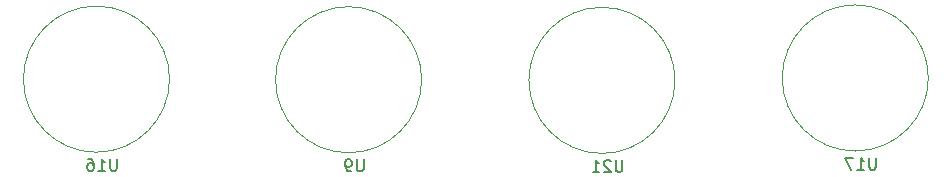
<source format=gbr>
G04 #@! TF.GenerationSoftware,KiCad,Pcbnew,5.1.6-c6e7f7d~86~ubuntu19.10.1*
G04 #@! TF.CreationDate,2020-06-16T13:29:06+02:00*
G04 #@! TF.ProjectId,laborBerlin,6c61626f-7242-4657-926c-696e2e6b6963,rev?*
G04 #@! TF.SameCoordinates,Original*
G04 #@! TF.FileFunction,Legend,Bot*
G04 #@! TF.FilePolarity,Positive*
%FSLAX46Y46*%
G04 Gerber Fmt 4.6, Leading zero omitted, Abs format (unit mm)*
G04 Created by KiCad (PCBNEW 5.1.6-c6e7f7d~86~ubuntu19.10.1) date 2020-06-16 13:29:06*
%MOMM*%
%LPD*%
G01*
G04 APERTURE LIST*
%ADD10C,0.120000*%
%ADD11C,0.150000*%
G04 APERTURE END LIST*
D10*
X203435467Y-72450000D02*
G75*
G03*
X203435467Y-72450000I-6185467J0D01*
G01*
X182085467Y-72400000D02*
G75*
G03*
X182085467Y-72400000I-6185467J0D01*
G01*
X246335467Y-72300000D02*
G75*
G03*
X246335467Y-72300000I-6185467J0D01*
G01*
X224885467Y-72500000D02*
G75*
G03*
X224885467Y-72500000I-6185467J0D01*
G01*
D11*
X198511904Y-79202380D02*
X198511904Y-80011904D01*
X198464285Y-80107142D01*
X198416666Y-80154761D01*
X198321428Y-80202380D01*
X198130952Y-80202380D01*
X198035714Y-80154761D01*
X197988095Y-80107142D01*
X197940476Y-80011904D01*
X197940476Y-79202380D01*
X197416666Y-80202380D02*
X197226190Y-80202380D01*
X197130952Y-80154761D01*
X197083333Y-80107142D01*
X196988095Y-79964285D01*
X196940476Y-79773809D01*
X196940476Y-79392857D01*
X196988095Y-79297619D01*
X197035714Y-79250000D01*
X197130952Y-79202380D01*
X197321428Y-79202380D01*
X197416666Y-79250000D01*
X197464285Y-79297619D01*
X197511904Y-79392857D01*
X197511904Y-79630952D01*
X197464285Y-79726190D01*
X197416666Y-79773809D01*
X197321428Y-79821428D01*
X197130952Y-79821428D01*
X197035714Y-79773809D01*
X196988095Y-79726190D01*
X196940476Y-79630952D01*
X177638095Y-79152380D02*
X177638095Y-79961904D01*
X177590476Y-80057142D01*
X177542857Y-80104761D01*
X177447619Y-80152380D01*
X177257142Y-80152380D01*
X177161904Y-80104761D01*
X177114285Y-80057142D01*
X177066666Y-79961904D01*
X177066666Y-79152380D01*
X176066666Y-80152380D02*
X176638095Y-80152380D01*
X176352380Y-80152380D02*
X176352380Y-79152380D01*
X176447619Y-79295238D01*
X176542857Y-79390476D01*
X176638095Y-79438095D01*
X175209523Y-79152380D02*
X175400000Y-79152380D01*
X175495238Y-79200000D01*
X175542857Y-79247619D01*
X175638095Y-79390476D01*
X175685714Y-79580952D01*
X175685714Y-79961904D01*
X175638095Y-80057142D01*
X175590476Y-80104761D01*
X175495238Y-80152380D01*
X175304761Y-80152380D01*
X175209523Y-80104761D01*
X175161904Y-80057142D01*
X175114285Y-79961904D01*
X175114285Y-79723809D01*
X175161904Y-79628571D01*
X175209523Y-79580952D01*
X175304761Y-79533333D01*
X175495238Y-79533333D01*
X175590476Y-79580952D01*
X175638095Y-79628571D01*
X175685714Y-79723809D01*
X241888095Y-79052380D02*
X241888095Y-79861904D01*
X241840476Y-79957142D01*
X241792857Y-80004761D01*
X241697619Y-80052380D01*
X241507142Y-80052380D01*
X241411904Y-80004761D01*
X241364285Y-79957142D01*
X241316666Y-79861904D01*
X241316666Y-79052380D01*
X240316666Y-80052380D02*
X240888095Y-80052380D01*
X240602380Y-80052380D02*
X240602380Y-79052380D01*
X240697619Y-79195238D01*
X240792857Y-79290476D01*
X240888095Y-79338095D01*
X239983333Y-79052380D02*
X239316666Y-79052380D01*
X239745238Y-80052380D01*
X220438095Y-79252380D02*
X220438095Y-80061904D01*
X220390476Y-80157142D01*
X220342857Y-80204761D01*
X220247619Y-80252380D01*
X220057142Y-80252380D01*
X219961904Y-80204761D01*
X219914285Y-80157142D01*
X219866666Y-80061904D01*
X219866666Y-79252380D01*
X219438095Y-79347619D02*
X219390476Y-79300000D01*
X219295238Y-79252380D01*
X219057142Y-79252380D01*
X218961904Y-79300000D01*
X218914285Y-79347619D01*
X218866666Y-79442857D01*
X218866666Y-79538095D01*
X218914285Y-79680952D01*
X219485714Y-80252380D01*
X218866666Y-80252380D01*
X217914285Y-80252380D02*
X218485714Y-80252380D01*
X218200000Y-80252380D02*
X218200000Y-79252380D01*
X218295238Y-79395238D01*
X218390476Y-79490476D01*
X218485714Y-79538095D01*
M02*

</source>
